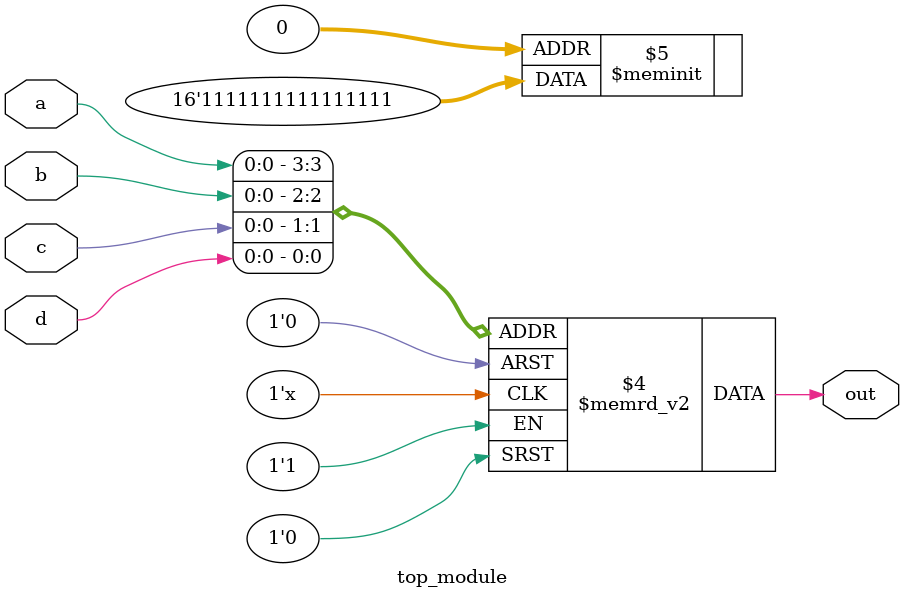
<source format=sv>
module top_module (
	input a, 
	input b,
	input c,
	input d,
	output reg out
);

	always @(*) begin
		case ({a, b, c, d})
			4'b0000: out = 1'b1;
			4'b0001: out = 1'b1;
			4'b0010: out = 1'b1;
			4'b0011: out = 1'b1;
			4'b0100: out = 1'b1;
			4'b0101: out = 1'b1;
			4'b0110: out = 1'b1;
			4'b0111: out = 1'b1;
			4'b1000: out = 1'b1;
			4'b1001: out = 1'b1;
			4'b1010: out = 1'b1;
			4'b1011: out = 1'b1;
			4'b1100: out = 1'b1;
			4'b1101: out = 1'b1;
			4'b1110: out = 1'b1;
			4'b1111: out = 1'b1;
		endcase
	end
endmodule

</source>
